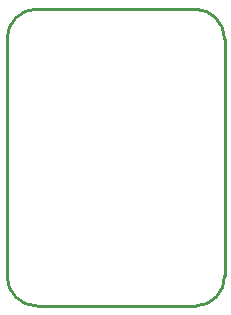
<source format=gm1>
G04*
G04 #@! TF.GenerationSoftware,Altium Limited,Altium Designer,20.1.12 (249)*
G04*
G04 Layer_Color=16711935*
%FSLAX25Y25*%
%MOIN*%
G70*
G04*
G04 #@! TF.SameCoordinates,99628C8E-7468-4988-8CC2-48D13434FF55*
G04*
G04*
G04 #@! TF.FilePolarity,Positive*
G04*
G01*
G75*
%ADD34C,0.01000*%
D34*
X63000Y0D02*
G03*
X72500Y10000I-250J9750D01*
G01*
X0D02*
G03*
X10000Y0I10000J0D01*
G01*
X72500Y89000D02*
G03*
X62500Y99000I-10000J0D01*
G01*
X10000D02*
G03*
X0Y89000I0J-10000D01*
G01*
X72500Y10000D02*
Y89000D01*
X10000Y99000D02*
X62500D01*
X0Y10000D02*
Y89000D01*
X10000Y0D02*
X63000D01*
M02*

</source>
